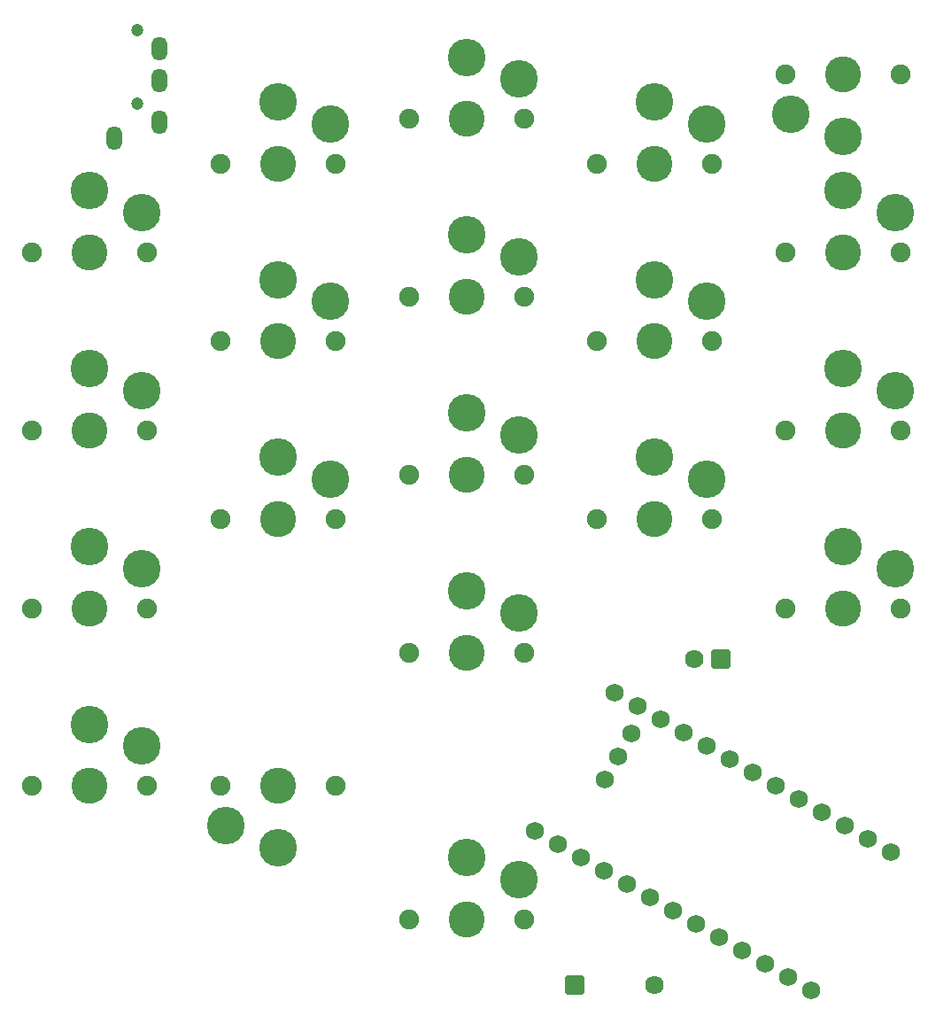
<source format=gbr>
%TF.GenerationSoftware,KiCad,Pcbnew,7.0.9-7.0.9~ubuntu22.04.1*%
%TF.CreationDate,2025-04-09T21:42:00+03:00*%
%TF.ProjectId,Keeb,4b656562-2e6b-4696-9361-645f70636258,rev?*%
%TF.SameCoordinates,Original*%
%TF.FileFunction,Soldermask,Top*%
%TF.FilePolarity,Negative*%
%FSLAX46Y46*%
G04 Gerber Fmt 4.6, Leading zero omitted, Abs format (unit mm)*
G04 Created by KiCad (PCBNEW 7.0.9-7.0.9~ubuntu22.04.1) date 2025-04-09 21:42:00*
%MOMM*%
%LPD*%
G01*
G04 APERTURE LIST*
G04 Aperture macros list*
%AMRoundRect*
0 Rectangle with rounded corners*
0 $1 Rounding radius*
0 $2 $3 $4 $5 $6 $7 $8 $9 X,Y pos of 4 corners*
0 Add a 4 corners polygon primitive as box body*
4,1,4,$2,$3,$4,$5,$6,$7,$8,$9,$2,$3,0*
0 Add four circle primitives for the rounded corners*
1,1,$1+$1,$2,$3*
1,1,$1+$1,$4,$5*
1,1,$1+$1,$6,$7*
1,1,$1+$1,$8,$9*
0 Add four rect primitives between the rounded corners*
20,1,$1+$1,$2,$3,$4,$5,0*
20,1,$1+$1,$4,$5,$6,$7,0*
20,1,$1+$1,$6,$7,$8,$9,0*
20,1,$1+$1,$8,$9,$2,$3,0*%
G04 Aperture macros list end*
%ADD10C,1.752600*%
%ADD11C,1.900000*%
%ADD12C,3.450000*%
%ADD13C,3.600000*%
%ADD14C,1.200000*%
%ADD15O,1.500000X2.300000*%
%ADD16RoundRect,0.102000X0.790000X-0.790000X0.790000X0.790000X-0.790000X0.790000X-0.790000X-0.790000X0*%
%ADD17C,1.784000*%
%ADD18RoundRect,0.102000X-0.787500X-0.787500X0.787500X-0.787500X0.787500X0.787500X-0.787500X0.787500X0*%
%ADD19C,1.779000*%
G04 APERTURE END LIST*
D10*
%TO.C,U3*%
X188598375Y-112388830D03*
X186398670Y-111118830D03*
X184198966Y-109848830D03*
X181999261Y-108578830D03*
X179799557Y-107308830D03*
X177599852Y-106038830D03*
X175400148Y-104768830D03*
X173200443Y-103498830D03*
X171000739Y-102228830D03*
X168801034Y-100958830D03*
X166601330Y-99688830D03*
X164401625Y-98418830D03*
X156781625Y-111617058D03*
X158981330Y-112887058D03*
X161181034Y-114157058D03*
X163380739Y-115427058D03*
X165580443Y-116697058D03*
X167780148Y-117967058D03*
X169979852Y-119237058D03*
X172179557Y-120507058D03*
X174379261Y-121777058D03*
X176578966Y-123047058D03*
X178778670Y-124317058D03*
X180978375Y-125587058D03*
X183178079Y-126857058D03*
X190798079Y-113658830D03*
X165991241Y-102269535D03*
X164721241Y-104469239D03*
X163451241Y-106668944D03*
%TD*%
D11*
%TO.C,SW3*%
X180725000Y-56317944D03*
D12*
X186225000Y-56317944D03*
D11*
X191725000Y-56317944D03*
D13*
X186225000Y-50417944D03*
X191225000Y-52517944D03*
%TD*%
D11*
%TO.C,SW4*%
X180725000Y-73317944D03*
D12*
X186225000Y-73317944D03*
D11*
X191725000Y-73317944D03*
D13*
X186225000Y-67417944D03*
X191225000Y-69517944D03*
%TD*%
D11*
%TO.C,SW5*%
X180725000Y-90317944D03*
D12*
X186225000Y-90317944D03*
D11*
X191725000Y-90317944D03*
D13*
X186225000Y-84417944D03*
X191225000Y-86517944D03*
%TD*%
D11*
%TO.C,SW6*%
X162725000Y-47817944D03*
D12*
X168225000Y-47817944D03*
D11*
X173725000Y-47817944D03*
D13*
X168225000Y-41917944D03*
X173225000Y-44017944D03*
%TD*%
D11*
%TO.C,SW7*%
X162725000Y-64817944D03*
D12*
X168225000Y-64817944D03*
D11*
X173725000Y-64817944D03*
D13*
X168225000Y-58917944D03*
X173225000Y-61017944D03*
%TD*%
D11*
%TO.C,SW8*%
X162725000Y-81817944D03*
D12*
X168225000Y-81817944D03*
D11*
X173725000Y-81817944D03*
D13*
X168225000Y-75917944D03*
X173225000Y-78017944D03*
%TD*%
D11*
%TO.C,SW9*%
X144725000Y-43567944D03*
D12*
X150225000Y-43567944D03*
D11*
X155725000Y-43567944D03*
D13*
X150225000Y-37667944D03*
X155225000Y-39767944D03*
%TD*%
D11*
%TO.C,SW10*%
X144725000Y-60567944D03*
D12*
X150225000Y-60567944D03*
D11*
X155725000Y-60567944D03*
D13*
X150225000Y-54667944D03*
X155225000Y-56767944D03*
%TD*%
D11*
%TO.C,SW11*%
X144725000Y-77567944D03*
D12*
X150225000Y-77567944D03*
D11*
X155725000Y-77567944D03*
D13*
X150225000Y-71667944D03*
X155225000Y-73767944D03*
%TD*%
D11*
%TO.C,SW13*%
X126725000Y-47817944D03*
D12*
X132225000Y-47817944D03*
D11*
X137725000Y-47817944D03*
D13*
X132225000Y-41917944D03*
X137225000Y-44017944D03*
%TD*%
D11*
%TO.C,SW14*%
X126725000Y-64817944D03*
D12*
X132225000Y-64817944D03*
D11*
X137725000Y-64817944D03*
D13*
X132225000Y-58917944D03*
X137225000Y-61017944D03*
%TD*%
D11*
%TO.C,SW15*%
X126725000Y-81817944D03*
D12*
X132225000Y-81817944D03*
D11*
X137725000Y-81817944D03*
D13*
X132225000Y-75917944D03*
X137225000Y-78017944D03*
%TD*%
D11*
%TO.C,SW16*%
X137725000Y-107317944D03*
D12*
X132225000Y-107317944D03*
D11*
X126725000Y-107317944D03*
D13*
X132225000Y-113217944D03*
X127225000Y-111117944D03*
%TD*%
D11*
%TO.C,SW17*%
X108725000Y-56317944D03*
D12*
X114225000Y-56317944D03*
D11*
X119725000Y-56317944D03*
D13*
X114225000Y-50417944D03*
X119225000Y-52517944D03*
%TD*%
D11*
%TO.C,SW18*%
X108725000Y-73317944D03*
D12*
X114225000Y-73317944D03*
D11*
X119725000Y-73317944D03*
D13*
X114225000Y-67417944D03*
X119225000Y-69517944D03*
%TD*%
D11*
%TO.C,SW19*%
X108725000Y-90317944D03*
D12*
X114225000Y-90317944D03*
D11*
X119725000Y-90317944D03*
D13*
X114225000Y-84417944D03*
X119225000Y-86517944D03*
%TD*%
D11*
%TO.C,SW20*%
X108725000Y-107317944D03*
D12*
X114225000Y-107317944D03*
D11*
X119725000Y-107317944D03*
D13*
X114225000Y-101417944D03*
X119225000Y-103517944D03*
%TD*%
D11*
%TO.C,SW2*%
X191725000Y-39317944D03*
D12*
X186225000Y-39317944D03*
D11*
X180725000Y-39317944D03*
D13*
X186225000Y-45217944D03*
X181225000Y-43117944D03*
%TD*%
D11*
%TO.C,SW1*%
X144725000Y-120067944D03*
D12*
X150225000Y-120067944D03*
D11*
X155725000Y-120067944D03*
D13*
X150225000Y-114167944D03*
X155225000Y-116267944D03*
%TD*%
D14*
%TO.C,J3*%
X118725000Y-35067944D03*
X118725000Y-42067944D03*
D15*
X116575000Y-45367944D03*
X120875000Y-36867944D03*
X120875000Y-39867944D03*
X120875000Y-43867944D03*
%TD*%
D11*
%TO.C,SW12*%
X144725000Y-94567944D03*
D12*
X150225000Y-94567944D03*
D11*
X155725000Y-94567944D03*
D13*
X150225000Y-88667944D03*
X155225000Y-90767944D03*
%TD*%
D16*
%TO.C,S1*%
X160615000Y-126337944D03*
D17*
X168235000Y-126337944D03*
%TD*%
D18*
%TO.C,J2*%
X174525000Y-95167944D03*
D19*
X172025000Y-95167944D03*
%TD*%
M02*

</source>
